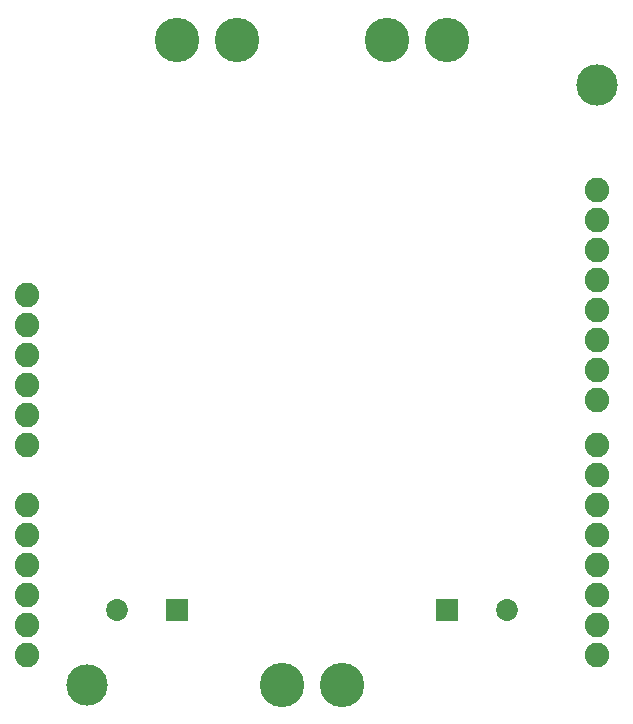
<source format=gbr>
G04 EAGLE Gerber RS-274X export*
G75*
%MOMM*%
%FSLAX34Y34*%
%LPD*%
%INSoldermask Bottom*%
%IPPOS*%
%AMOC8*
5,1,8,0,0,1.08239X$1,22.5*%
G01*
%ADD10C,1.854200*%
%ADD11R,1.854200X1.854200*%
%ADD12C,3.759200*%
%ADD13C,2.082800*%
%ADD14C,3.505200*%


D10*
X101600Y88900D03*
D11*
X152400Y88900D03*
D12*
X152400Y571500D03*
X203200Y571500D03*
X330200Y571500D03*
X381000Y571500D03*
X241300Y25400D03*
X292100Y25400D03*
D10*
X431800Y88900D03*
D11*
X381000Y88900D03*
D13*
X25400Y355600D03*
X25400Y330200D03*
X25400Y304800D03*
X25400Y279400D03*
X25400Y254000D03*
X25400Y228600D03*
X25400Y177800D03*
X25400Y152400D03*
X25400Y127000D03*
X25400Y101600D03*
X25400Y76200D03*
X25400Y50800D03*
X508000Y50800D03*
X508000Y76200D03*
X508000Y101600D03*
X508000Y127000D03*
X508000Y152400D03*
X508000Y177800D03*
X508000Y203200D03*
X508000Y228600D03*
X508000Y266700D03*
X508000Y292100D03*
X508000Y317500D03*
X508000Y342900D03*
X508000Y368300D03*
X508000Y393700D03*
X508000Y419100D03*
X508000Y444500D03*
D14*
X76200Y25400D03*
X508000Y533400D03*
M02*

</source>
